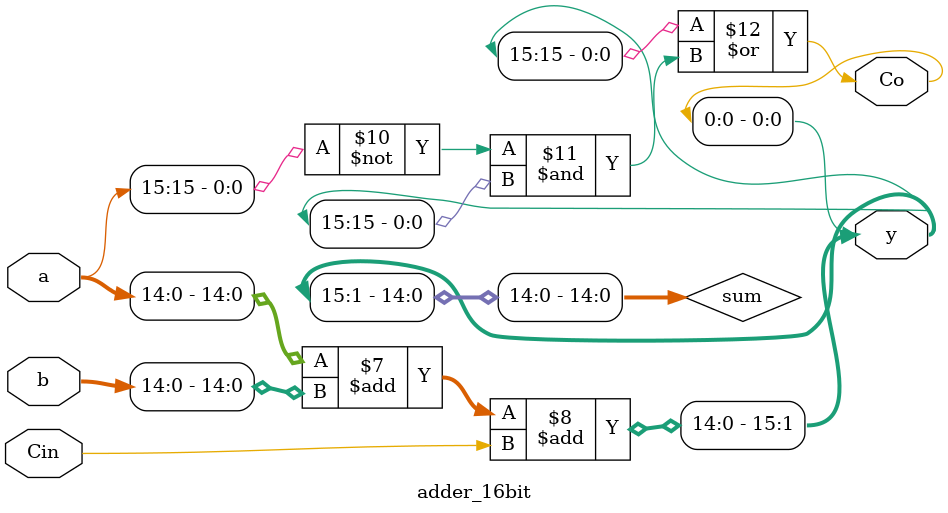
<source format=v>
module adder_16bit (
    input wire [15:0] a,
    input wire [15:0] b,
    input wire Cin,
    output wire [15:0] y,
    output wire Co
);

wire [15:0] sum;
assign sum[15] = a[15] ^ (y[15] & ~Cin) | (~a[15] & y[15]); // 1's complement of carry bit
assign sum[14:0] = a[14:0] + b[14:0] + Cin;
assign Co = (y[15] == 1) | ((~a[15]) & y[15]); // carry output is logic "1" when the last bit of A and B are both logic "1", or when the last bit of A is a logic "1" and the sum of A and B is logic "0".
assign y = {sum, Co};

endmodule
</source>
